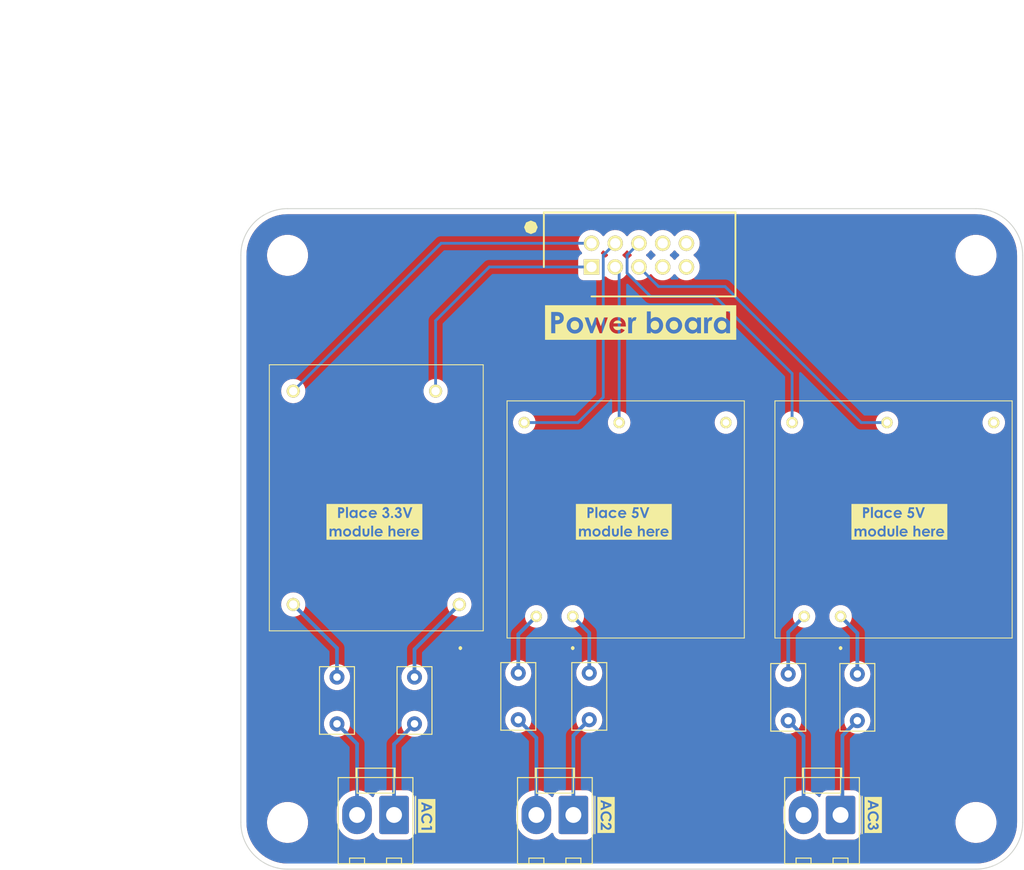
<source format=kicad_pcb>
(kicad_pcb (version 20211014) (generator pcbnew)
  (layers (0 "F.Cu" mixed) (31 "B.Cu" mixed) (34 "B.Paste" user) (35 "F.Paste" user) (36 "B.SilkS" user "B.Silkscreen") (37 "F.SilkS" user "F.Silkscreen") (38 "B.Mask" user) (39 "F.Mask" user) (44 "Edge.Cuts" user))
  (net 0 "")
  (net 1 "Net-(J1-Pad1)")
  (net 2 "Net-(J1-Pad2)")
  (net 3 "Net-(J2-Pad1)")
  (net 4 "Net-(J2-Pad2)")
  (net 5 "Net-(J3-Pad1)")
  (net 6 "Net-(J3-Pad2)")
  (net 7 "Net-(J4-Pad1)")
  (net 8 "Net-(J4-Pad3)")
  (net 9 "Net-(J4-Pad5)")
  (net 10 "Net-(J4-Pad2)")
  (net 11 "Net-(J4-Pad4)")
  (net 12 "Net-(J4-Pad6)")
  (net 13 "Net-(L1-Pad2)")
  (net 14 "Net-(L2-Pad2)")
  (net 15 "Net-(L3-Pad2)")
  (net 16 "Net-(L4-Pad2)")
  (net 17 "Net-(L5-Pad2)")
  (net 18 "Net-(L6-Pad2)")
  (footprint "Connector_Molex:Molex_KK-396_A-41791-0002_1x02_P3.96mm_Vertical" (layer "F.Cu") (at 132.7 122.405 180)
    (fp_text reference "J1" hide)
    (fp_text value "AC2")
    (pad "1" thru_hole roundrect (at 0 0 180) (size 3.16 4.1) (drill 1.7) (layers *.Cu *.Mask) (roundrect_rratio 0.079114) (net 1 "Net-(J1-Pad1)"))
    (pad "2" thru_hole oval (at 3.96 0 180) (size 3.16 4.1) (drill 1.7) (layers *.Cu *.Mask) (net 2 "Net-(J1-Pad2)"))
  )
  (footprint "RAC03-3.3SK:RAC0305SK" (layer "F.Cu") (at 120.49 99.86 90)
    (fp_text reference "PS1" hide)
    (fp_text value "RAC03-3.3SK" hide)
    (pad "1" thru_hole circle (at 0 0 180) (size 1.4 1.4) (drill 0.9) (layers *.Cu *.Mask "F.SilkS") (net 14 "Net-(L2-Pad2)"))
    (pad "2" thru_hole circle (at 22.86 -2.54 180) (size 1.4 1.4) (drill 0.9) (layers *.Cu *.Mask "F.SilkS") (net 7 "Net-(J4-Pad1)"))
    (pad "3" thru_hole circle (at 22.86 -17.78 180) (size 1.4 1.4) (drill 0.9) (layers *.Cu *.Mask "F.SilkS") (net 10 "Net-(J4-Pad2)"))
    (pad "4" thru_hole circle (at 0 -17.78 180) (size 1.4 1.4) (drill 0.9) (layers *.Cu *.Mask "F.SilkS") (net 13 "Net-(L1-Pad2)"))
  )
  (footprint "kibuzzard-63EE9D9B" (layer "F.Cu") (at 128.15 59.455)
    (fp_text reference "kibuzzard-63EE9D9B" hide)
    (fp_text value "G***" hide)
  )
  (footprint "MountingHole:MountingHole_3.2mm_M3" (layer "F.Cu") (at 175.8 62.455)
    (fp_text reference "H3" hide)
    (fp_text value "MountingHole")
    (pad "" np_thru_hole circle (at 0 0) (size 3.2 3.2) (drill 3.2) (layers *.Cu *.Mask))
  )
  (footprint "kibuzzard-63EEA0F8" (layer "F.Cu") (at 139.9 69.655)
    (fp_text reference "kibuzzard-63EEA0F8" hide)
    (fp_text value "G***" hide)
  )
  (footprint "Capacitor_THT:C_Rect_L7.0mm_W3.5mm_P5.00mm" (layer "F.Cu") (at 134.4 112.205 90)
    (fp_text reference "L4" hide)
    (fp_text value "L")
    (pad "1" thru_hole circle (at 0 0 90) (size 1.6 1.6) (drill 0.8) (layers *.Cu *.Mask) (net 1 "Net-(J1-Pad1)"))
    (pad "2" thru_hole circle (at 5 0 90) (size 1.6 1.6) (drill 0.8) (layers *.Cu *.Mask) (net 16 "Net-(L4-Pad2)"))
  )
  (footprint "Capacitor_THT:C_Rect_L7.0mm_W3.5mm_P5.00mm" (layer "F.Cu") (at 126.8 112.205 90)
    (fp_text reference "L3" hide)
    (fp_text value "L")
    (pad "1" thru_hole circle (at 0 0 90) (size 1.6 1.6) (drill 0.8) (layers *.Cu *.Mask) (net 2 "Net-(J1-Pad2)"))
    (pad "2" thru_hole circle (at 5 0 90) (size 1.6 1.6) (drill 0.8) (layers *.Cu *.Mask) (net 15 "Net-(L3-Pad2)"))
  )
  (footprint "RAC05-05SK:RAC0505SK" (layer "F.Cu") (at 132.63 101.13 90)
    (fp_text reference "PS2" hide)
    (fp_text value "RAC05-05SK" hide)
    (pad "1" thru_hole circle (at 0 0 180) (size 1.217 1.217) (drill 0.71) (layers *.Cu *.Mask "F.SilkS") (net 16 "Net-(L4-Pad2)"))
    (pad "2" thru_hole circle (at 0 -3.9 180) (size 1.217 1.217) (drill 0.71) (layers *.Cu *.Mask "F.SilkS") (net 15 "Net-(L3-Pad2)"))
    (pad "3" thru_hole circle (at 20.76 16.4 180) (size 1.217 1.217) (drill 0.71) (layers *.Cu *.Mask "F.SilkS"))
    (pad "4" thru_hole circle (at 20.76 4.97 180) (size 1.217 1.217) (drill 0.71) (layers *.Cu *.Mask "F.SilkS") (net 8 "Net-(J4-Pad3)"))
    (pad "5" thru_hole circle (at 20.76 -5.19 180) (size 1.217 1.217) (drill 0.71) (layers *.Cu *.Mask "F.SilkS") (net 11 "Net-(J4-Pad4)"))
  )
  (footprint "kibuzzard-63EEA072" (layer "F.Cu") (at 164.8 122.405 -90)
    (fp_text reference "kibuzzard-63EEA072" hide)
    (fp_text value "G***" hide)
  )
  (footprint "Capacitor_THT:C_Rect_L7.0mm_W3.5mm_P5.00mm" (layer "F.Cu") (at 107.391321 112.64 90)
    (fp_text reference "L1" hide)
    (fp_text value "L")
    (pad "1" thru_hole circle (at 0 0 90) (size 1.6 1.6) (drill 0.8) (layers *.Cu *.Mask) (net 6 "Net-(J3-Pad2)"))
    (pad "2" thru_hole circle (at 5 0 90) (size 1.6 1.6) (drill 0.8) (layers *.Cu *.Mask) (net 13 "Net-(L1-Pad2)"))
  )
  (footprint "Capacitor_THT:C_Rect_L7.0mm_W3.5mm_P5.00mm" (layer "F.Cu") (at 115.691321 112.64 90)
    (fp_text reference "L2" hide)
    (fp_text value "L")
    (pad "1" thru_hole circle (at 0 0 90) (size 1.6 1.6) (drill 0.8) (layers *.Cu *.Mask) (net 5 "Net-(J3-Pad1)"))
    (pad "2" thru_hole circle (at 5 0 90) (size 1.6 1.6) (drill 0.8) (layers *.Cu *.Mask) (net 14 "Net-(L2-Pad2)"))
  )
  (footprint "MountingHole:MountingHole_3.2mm_M3" (layer "F.Cu") (at 102.1 123.205)
    (fp_text reference "H4" hide)
    (fp_text value "MountingHole")
    (pad "" np_thru_hole circle (at 0 0) (size 3.2 3.2) (drill 3.2) (layers *.Cu *.Mask))
  )
  (footprint "kibuzzard-63EE9CF3" (layer "F.Cu") (at 167.6 91.005)
    (fp_text reference "kibuzzard-63EE9CF3" hide)
    (fp_text value "G***" hide)
  )
  (footprint "MountingHole:MountingHole_3.2mm_M3" (layer "F.Cu") (at 175.8 123.205)
    (fp_text reference "H2" hide)
    (fp_text value "MountingHole")
    (pad "" np_thru_hole circle (at 0 0) (size 3.2 3.2) (drill 3.2) (layers *.Cu *.Mask))
  )
  (footprint "MountingHole:MountingHole_3.2mm_M3" (layer "F.Cu") (at 102.1 62.455)
    (fp_text reference "H1" hide)
    (fp_text value "MountingHole")
    (pad "" np_thru_hole circle (at 0 0) (size 3.2 3.2) (drill 3.2) (layers *.Cu *.Mask))
  )
  (footprint "Capacitor_THT:C_Rect_L7.0mm_W3.5mm_P5.00mm" (layer "F.Cu") (at 155.7 112.305 90)
    (fp_text reference "L5" hide)
    (fp_text value "L")
    (pad "1" thru_hole circle (at 0 0 90) (size 1.6 1.6) (drill 0.8) (layers *.Cu *.Mask) (net 4 "Net-(J2-Pad2)"))
    (pad "2" thru_hole circle (at 5 0 90) (size 1.6 1.6) (drill 0.8) (layers *.Cu *.Mask) (net 17 "Net-(L5-Pad2)"))
  )
  (footprint "kibuzzard-63EEA069" (layer "F.Cu") (at 136.2 122.405 -90)
    (fp_text reference "kibuzzard-63EEA069" hide)
    (fp_text value "G***" hide)
  )
  (footprint "Capacitor_THT:C_Rect_L7.0mm_W3.5mm_P5.00mm" (layer "F.Cu") (at 163.1 112.305 90)
    (fp_text reference "L6" hide)
    (fp_text value "L")
    (pad "1" thru_hole circle (at 0 0 90) (size 1.6 1.6) (drill 0.8) (layers *.Cu *.Mask) (net 3 "Net-(J2-Pad1)"))
    (pad "2" thru_hole circle (at 5 0 90) (size 1.6 1.6) (drill 0.8) (layers *.Cu *.Mask) (net 18 "Net-(L6-Pad2)"))
  )
  (footprint "kibuzzard-63EE9CC7" (layer "F.Cu") (at 111.4 91.005)
    (fp_text reference "kibuzzard-63EE9CC7" hide)
    (fp_text value "G***" hide)
  )
  (footprint "Connector_Molex:Molex_KK-396_A-41791-0002_1x02_P3.96mm_Vertical" (layer "F.Cu") (at 161.3 122.405 180)
    (fp_text reference "J2" hide)
    (fp_text value "AC3")
    (pad "1" thru_hole roundrect (at 0 0 180) (size 3.16 4.1) (drill 1.7) (layers *.Cu *.Mask) (roundrect_rratio 0.079114) (net 3 "Net-(J2-Pad1)"))
    (pad "2" thru_hole oval (at 3.96 0 180) (size 3.16 4.1) (drill 1.7) (layers *.Cu *.Mask) (net 4 "Net-(J2-Pad2)"))
  )
  (footprint "RAC05-05SK:RAC0505SK" (layer "F.Cu") (at 161.305 101.13 90)
    (fp_text reference "PS3" hide)
    (fp_text value "RAC05-05SK" hide)
    (pad "1" thru_hole circle (at 0 0 180) (size 1.217 1.217) (drill 0.71) (layers *.Cu *.Mask "F.SilkS") (net 18 "Net-(L6-Pad2)"))
    (pad "2" thru_hole circle (at 0 -3.9 180) (size 1.217 1.217) (drill 0.71) (layers *.Cu *.Mask "F.SilkS") (net 17 "Net-(L5-Pad2)"))
    (pad "3" thru_hole circle (at 20.76 16.4 180) (size 1.217 1.217) (drill 0.71) (layers *.Cu *.Mask "F.SilkS"))
    (pad "4" thru_hole circle (at 20.76 4.97 180) (size 1.217 1.217) (drill 0.71) (layers *.Cu *.Mask "F.SilkS") (net 9 "Net-(J4-Pad5)"))
    (pad "5" thru_hole circle (at 20.76 -5.19 180) (size 1.217 1.217) (drill 0.71) (layers *.Cu *.Mask "F.SilkS") (net 12 "Net-(J4-Pad6)"))
  )
  (footprint "61201021621:SHDR10W64P254_2X5_2036X885X925P" (layer "F.Cu") (at 134.64 63.705)
    (fp_text reference "J4" hide)
    (fp_text value "Conn_02x05_Odd_Even" hide)
    (pad "1" thru_hole rect (at 0 0 90) (size 1.65 1.65) (drill 1.1) (layers *.Cu *.Mask "F.SilkS") (net 7 "Net-(J4-Pad1)"))
    (pad "2" thru_hole circle (at 0 -2.54 90) (size 1.65 1.65) (drill 1.1) (layers *.Cu *.Mask "F.SilkS") (net 10 "Net-(J4-Pad2)"))
    (pad "3" thru_hole circle (at 2.54 0 90) (size 1.65 1.65) (drill 1.1) (layers *.Cu *.Mask "F.SilkS") (net 8 "Net-(J4-Pad3)"))
    (pad "4" thru_hole circle (at 2.54 -2.54 90) (size 1.65 1.65) (drill 1.1) (layers *.Cu *.Mask "F.SilkS") (net 11 "Net-(J4-Pad4)"))
    (pad "5" thru_hole circle (at 5.08 0 90) (size 1.65 1.65) (drill 1.1) (layers *.Cu *.Mask "F.SilkS") (net 9 "Net-(J4-Pad5)"))
    (pad "6" thru_hole circle (at 5.08 -2.54 90) (size 1.65 1.65) (drill 1.1) (layers *.Cu *.Mask "F.SilkS") (net 12 "Net-(J4-Pad6)"))
    (pad "7" thru_hole circle (at 7.62 0 90) (size 1.65 1.65) (drill 1.1) (layers *.Cu *.Mask "F.SilkS"))
    (pad "8" thru_hole circle (at 7.62 -2.54 90) (size 1.65 1.65) (drill 1.1) (layers *.Cu *.Mask "F.SilkS"))
    (pad "9" thru_hole circle (at 10.16 0 90) (size 1.65 1.65) (drill 1.1) (layers *.Cu *.Mask "F.SilkS"))
    (pad "10" thru_hole circle (at 10.16 -2.54 90) (size 1.65 1.65) (drill 1.1) (layers *.Cu *.Mask "F.SilkS"))
  )
  (footprint "kibuzzard-63EE9CEB" (layer "F.Cu") (at 138.1 91.005)
    (fp_text reference "kibuzzard-63EE9CEB" hide)
    (fp_text value "G***" hide)
  )
  (footprint "kibuzzard-63EEA033" (layer "F.Cu") (at 117 122.505 -90)
    (fp_text reference "kibuzzard-63EEA033" hide)
    (fp_text value "G***" hide)
  )
  (footprint "Connector_Molex:Molex_KK-396_A-41791-0002_1x02_P3.96mm_Vertical" (layer "F.Cu") (at 113.5 122.405 180)
    (fp_text reference "J3" hide)
    (fp_text value "AC1")
    (pad "1" thru_hole roundrect (at 0 0 180) (size 3.16 4.1) (drill 1.7) (layers *.Cu *.Mask) (roundrect_rratio 0.079114) (net 5 "Net-(J3-Pad1)"))
    (pad "2" thru_hole oval (at 3.96 0 180) (size 3.16 4.1) (drill 1.7) (layers *.Cu *.Mask) (net 6 "Net-(J3-Pad2)"))
  )
  (gr_line (start 102.1 128.205) (end 175.8 128.205) (layer "Edge.Cuts") (width 0.1))
  (gr_arc (start 97.1 62.455) (mid 98.564466 58.919466) (end 102.1 57.455) (layer "Edge.Cuts") (width 0.1))
  (gr_arc (start 175.8 57.455) (mid 179.335534 58.919466) (end 180.8 62.455) (layer "Edge.Cuts") (width 0.1))
  (gr_line (start 175.8 57.455) (end 102.1 57.455) (layer "Edge.Cuts") (width 0.1))
  (gr_arc (start 180.8 123.205) (mid 179.335534 126.740534) (end 175.8 128.205) (layer "Edge.Cuts") (width 0.1))
  (gr_line (start 180.8 123.205) (end 180.8 62.455) (layer "Edge.Cuts") (width 0.1))
  (gr_arc (start 102.1 128.205) (mid 98.564466 126.740534) (end 97.1 123.205) (layer "Edge.Cuts") (width 0.1))
  (gr_line (start 97.1 62.455) (end 97.1 123.205) (layer "Edge.Cuts") (width 0.1))
  (segment (start 132.7 122.405) (end 132.7 113.905) (width 0.4) (layer "B.Cu") (net 1))
  (segment (start 132.7 113.905) (end 134.4 112.205) (width 0.4) (layer "B.Cu") (net 1))
  (segment (start 128.74 114.145) (end 126.8 112.205) (width 0.4) (layer "B.Cu") (net 2))
  (segment (start 128.74 122.405) (end 128.74 114.145) (width 0.4) (layer "B.Cu") (net 2))
  (segment (start 161.5 122.205) (end 161.5 113.905) (width 0.4) (layer "B.Cu") (net 3))
  (segment (start 161.3 122.405) (end 161.5 122.205) (width 0.4) (layer "B.Cu") (net 3))
  (segment (start 161.5 113.905) (end 163.1 112.305) (width 0.4) (layer "B.Cu") (net 3))
  (segment (start 157.34 122.405) (end 157.34 113.945) (width 0.4) (layer "B.Cu") (net 4))
  (segment (start 157.34 113.945) (end 155.7 112.305) (width 0.4) (layer "B.Cu") (net 4))
  (segment (start 113.5 114.831321) (end 113.5 122.64) (width 0.4) (layer "B.Cu") (net 5))
  (segment (start 115.691321 112.64) (end 113.5 114.831321) (width 0.4) (layer "B.Cu") (net 5))
  (segment (start 109.54 114.788679) (end 107.391321 112.64) (width 0.4) (layer "B.Cu") (net 6))
  (segment (start 109.54 122.64) (end 109.54 114.788679) (width 0.4) (layer "B.Cu") (net 6))
  (segment (start 123.7 63.705) (end 134.64 63.705) (width 0.3) (layer "B.Cu") (net 7))
  (segment (start 117.95 69.455) (end 123.7 63.705) (width 0.3) (layer "B.Cu") (net 7))
  (segment (start 117.95 77) (end 117.95 69.455) (width 0.3) (layer "B.Cu") (net 7))
  (segment (start 137.6 64.125) (end 137.18 63.705) (width 0.3) (layer "B.Cu") (net 8))
  (segment (start 137.6 80.37) (end 137.6 64.125) (width 0.3) (layer "B.Cu") (net 8))
  (segment (start 148.95 65.805) (end 141.82 65.805) (width 0.3) (layer "B.Cu") (net 9))
  (segment (start 166.275 80.37) (end 163.515 80.37) (width 0.3) (layer "B.Cu") (net 9))
  (segment (start 163.515 80.37) (end 148.95 65.805) (width 0.3) (layer "B.Cu") (net 9))
  (segment (start 141.82 65.805) (end 139.72 63.705) (width 0.3) (layer "B.Cu") (net 9))
  (segment (start 118.545 61.165) (end 134.64 61.165) (width 0.3) (layer "B.Cu") (net 10))
  (segment (start 102.71 77) (end 118.545 61.165) (width 0.3) (layer "B.Cu") (net 10))
  (segment (start 133.185 80.37) (end 135.9 77.655) (width 0.3) (layer "B.Cu") (net 11))
  (segment (start 135.9 62.445) (end 137.18 61.165) (width 0.3) (layer "B.Cu") (net 11))
  (segment (start 127.44 80.37) (end 133.185 80.37) (width 0.3) (layer "B.Cu") (net 11))
  (segment (start 135.9 77.655) (end 135.9 62.445) (width 0.3) (layer "B.Cu") (net 11))
  (segment (start 140.95 66.855) (end 138.45 64.355) (width 0.3) (layer "B.Cu") (net 12))
  (segment (start 138.45 62.435) (end 139.72 61.165) (width 0.3) (layer "B.Cu") (net 12))
  (segment (start 156.115 80.37) (end 156.115 75.12) (width 0.3) (layer "B.Cu") (net 12))
  (segment (start 147.85 66.855) (end 140.95 66.855) (width 0.3) (layer "B.Cu") (net 12))
  (segment (start 156.115 75.12) (end 147.85 66.855) (width 0.3) (layer "B.Cu") (net 12))
  (segment (start 138.45 64.355) (end 138.45 62.435) (width 0.3) (layer "B.Cu") (net 12))
  (segment (start 107.391321 104.541321) (end 102.71 99.86) (width 0.4) (layer "B.Cu") (net 13))
  (segment (start 107.391321 107.64) (end 107.391321 104.541321) (width 0.4) (layer "B.Cu") (net 13))
  (segment (start 115.691321 107.64) (end 115.691321 104.658679) (width 0.4) (layer "B.Cu") (net 14))
  (segment (start 115.691321 104.658679) (end 120.49 99.86) (width 0.4) (layer "B.Cu") (net 14))
  (segment (start 126.8 103.06) (end 128.73 101.13) (width 0.4) (layer "B.Cu") (net 15))
  (segment (start 126.8 107.205) (end 126.8 103.06) (width 0.4) (layer "B.Cu") (net 15))
  (segment (start 134.4 102.9) (end 132.63 101.13) (width 0.4) (layer "B.Cu") (net 16))
  (segment (start 134.4 107.205) (end 134.4 102.9) (width 0.4) (layer "B.Cu") (net 16))
  (segment (start 155.7 107.405) (end 155.7 102.835) (width 0.4) (layer "B.Cu") (net 17))
  (segment (start 155.7 102.835) (end 157.405 101.13) (width 0.4) (layer "B.Cu") (net 17))
  (segment (start 163.1 102.925) (end 161.305 101.13) (width 0.4) (layer "B.Cu") (net 18))
  (segment (start 163.1 107.305) (end 163.1 102.925) (width 0.4) (layer "B.Cu") (net 18))
  (zone (net 0) (net_name "") (layers F&B.Cu) (connect_pads yes (clearance 0.6)) (min_thickness 0.254) (fill yes (thermal_gap 0.508) (thermal_bridge_width 0.508))
    (polygon (pts (xy 176.7 57.555) (xy 177.6 57.755) (xy 178.4 58.155) (xy 179.3 58.855) (xy 179.9 59.555) (xy 180.2 60.055) (xy 180.7 61.355) (xy 180.8 62.155) (xy 180.8 123.655) (xy 180.5 124.855) (xy 180.3 125.355) (xy 179.8 126.155) (xy 179.1 126.955) (xy 178.4 127.455) (xy 177.4 127.955) (xy 176.6 128.155) (xy 101.8 128.155) (xy 100.9 128.055) (xy 99.6 127.555) (xy 98.4 126.555) (xy 97.8 125.755) (xy 97.4 124.955) (xy 97.2 124.055) (xy 97.1 123.255) (xy 97.1 62.155) (xy 97.2 61.355) (xy 97.6 60.255) (xy 98.1 59.355) (xy 98.8 58.655) (xy 99.9 57.955) (xy 100.6 57.655) (xy 101.4 57.455) (xy 176 57.455)))
  )
)
</source>
